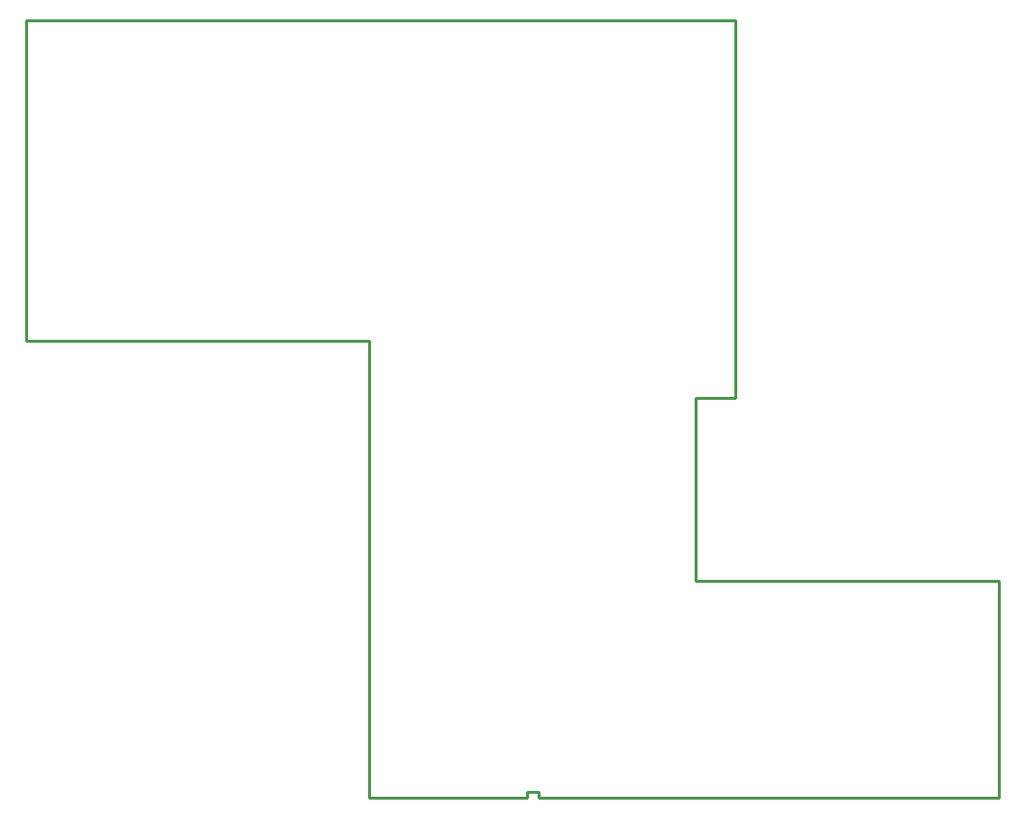
<source format=gbr>
G04 EAGLE Gerber X2 export*
%TF.Part,Single*%
%TF.FileFunction,Profile,NP*%
%TF.FilePolarity,Positive*%
%TF.GenerationSoftware,Autodesk,EAGLE,9.2.2*%
%TF.CreationDate,2019-03-16T21:24:14Z*%
G75*
%MOMM*%
%FSLAX34Y34*%
%LPD*%
%IN*%
%AMOC8*
5,1,8,0,0,1.08239X$1,22.5*%
G01*
%ADD10C,0.254000*%


D10*
X0Y400000D02*
X300000Y400000D01*
X300000Y0D01*
X438000Y0D01*
X438000Y5000D01*
X448000Y5000D01*
X448000Y0D01*
X850000Y0D01*
X850000Y190000D01*
X585000Y190000D01*
X585000Y350000D01*
X620000Y350000D01*
X620000Y680000D01*
X0Y680000D01*
X0Y400000D01*
M02*

</source>
